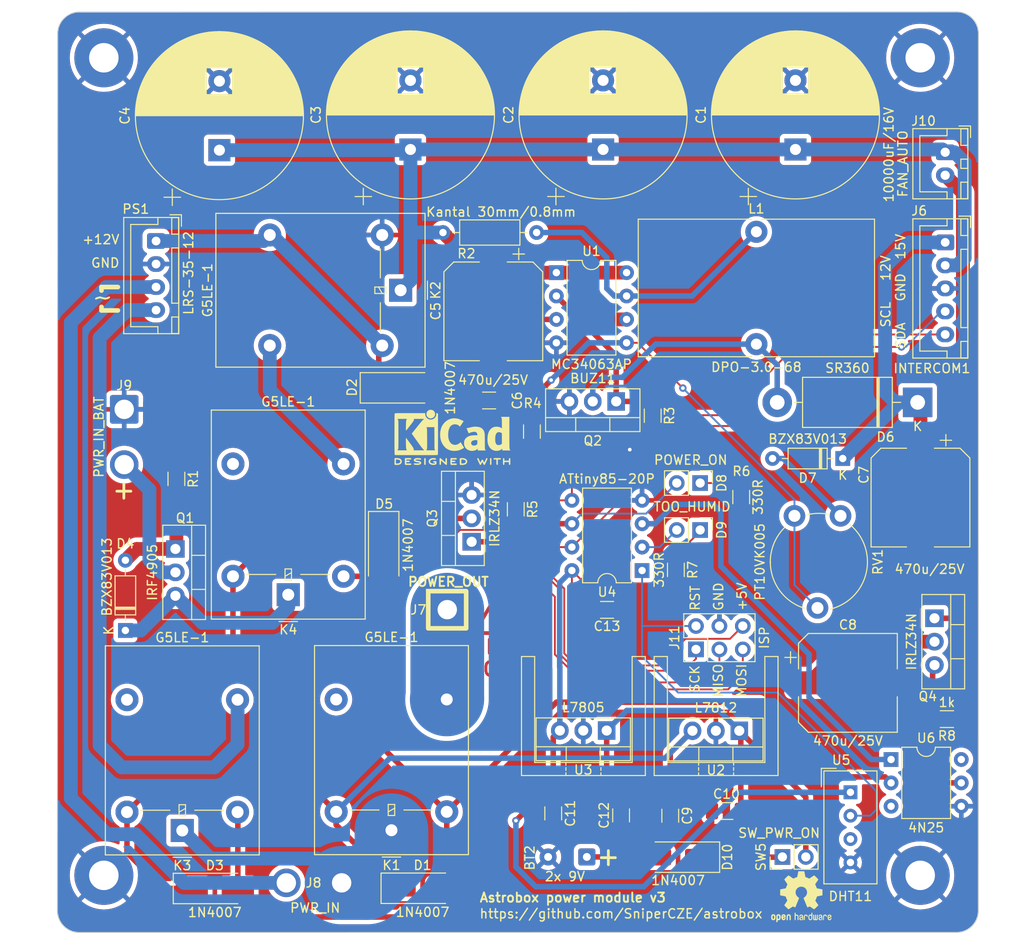
<source format=kicad_pcb>
(kicad_pcb (version 20240108) (generator "pcbnew") (generator_version "8.0")
  (title_block (title "Astrobox") (date "2024-05-04") (rev "3") (comment 1 "Power module"))
  (layers (0 "F.Cu" signal) (31 "B.Cu" signal) (34 "B.Paste" user) (35 "F.Paste" user) (36 "B.SilkS" user "B.Silkscreen") (37 "F.SilkS" user "F.Silkscreen") (38 "B.Mask" user) (39 "F.Mask" user) (44 "Edge.Cuts" user))
  (net 0 "")
  (net 1 "GND")
  (net 2 "Net-(SW5-B)")
  (net 3 "Net-(D2-K)")
  (net 4 "Net-(D6-A)")
  (net 5 "Net-(D7-A)")
  (net 6 "Net-(D8-K)")
  (net 7 "Net-(D8-A)")
  (net 8 "Net-(D9-K)")
  (net 9 "Net-(D9-A)")
  (net 10 "Net-(D10-K)")
  (net 11 "Net-(BT2-+)")
  (net 12 "+12V")
  (net 14 "Net-(U1-TC)")
  (net 15 "/StepUp_15V/15V")
  (net 17 "/Internal_Bat_Subsystem/INTBAT_12V")
  (net 18 "Net-(J11-Pin_6)")
  (net 19 "/Internal_Bat_Subsystem/INTBAT_GND")
  (net 20 "Net-(D4-K)")
  (net 21 "Net-(D4-A)")
  (net 22 "/Internal_Bat_Subsystem/SCL")
  (net 23 "/Internal_Bat_Subsystem/SDA")
  (net 24 "Net-(J7-Pin_1)")
  (net 25 "Net-(J8-Pin_1)")
  (net 26 "Net-(J8-Pin_2)")
  (net 27 "Net-(J9-Pin_2)")
  (net 28 "Net-(K2-Pad4)")
  (net 29 "Net-(K3-Pad3)")
  (net 31 "Net-(U1-Ipk)")
  (net 32 "Net-(Q2-G)")
  (net 33 "Net-(U1-Vfb)")
  (net 34 "Net-(J10-Pin_2)")
  (net 35 "Net-(Q4-G)")
  (net 37 "Net-(Q4-S)")
  (net 38 "Net-(J11-Pin_2)")
  (net 39 "/Internal_Bat_Subsystem/PWM_FAN")
  (footprint "Connector_PinHeader_2.54mm:PinHeader_1x02_P2.54mm_Vertical" (layer "F.Cu") (at 138.12 92.4 -90)
    (property "Reference" "D8")
    (property "Value" "POWER_ON")
  )
  (footprint "Resistor_SMD:R_1206_3216Metric_Pad1.30x1.75mm_HandSolder" (layer "F.Cu") (at 118.11 95.25 -90)
    (property "Reference" "R5")
    (property "Value" "4k7")
  )
  (footprint "Heatsink:Heatsink_Stonecold_HS-S03_13.21x12.7mm" (layer "F.Cu") (at 139.85 124.05 180)
    (property "Reference" "REF**")
    (property "Value" "Heatsink_Stonecold_HS-S03_13.21x12.7mm")
  )
  (footprint "Relay_THT:Relay_SPDT_Omron-G5LE-1" (layer "F.Cu") (at 81.92 130.1275 180)
    (property "Reference" "K3")
    (property "Value" "G5LE-1")
  )
  (footprint "MountingHole:MountingHole_3.2mm_M3_Pad" (layer "F.Cu") (at 162 46.228)
    (property "Reference" "REF**")
    (property "Value" "MountingHole_3.2mm_M3_Pad")
  )
  (footprint "Package_DIP:DIP-8_W7.62mm" (layer "F.Cu") (at 122.5142 69.5552)
    (property "Reference" "U1")
    (property "Value" "MC34063AP")
  )
  (footprint "Resistor_SMD:R_1206_3216Metric_Pad1.30x1.75mm_HandSolder" (layer "F.Cu") (at 142.575 93.925 90)
    (property "Reference" "R6")
    (property "Value" "330R")
  )
  (footprint "Package_TO_SOT_THT:TO-220-3_Vertical" (layer "F.Cu") (at 127.975 119.275 180)
    (property "Reference" "U3")
    (property "Value" "L7805")
  )
  (footprint "Resistor_SMD:R_1206_3216Metric_Pad1.30x1.75mm_HandSolder" (layer "F.Cu") (at 135.4836 101.8286 -90)
    (property "Reference" "R7")
    (property "Value" "330R")
  )
  (footprint "Diode_THT:D_DO-35_SOD27_P7.62mm_Horizontal" (layer "F.Cu") (at 75.7428 108.4072 90)
    (property "Reference" "D4")
    (property "Value" "BZX83V013")
  )
  (footprint "MountingHole:MountingHole_3.2mm_M3_Pad" (layer "F.Cu") (at 73.406 46.228)
    (property "Reference" "REF**")
    (property "Value" "MountingHole_3.2mm_M3_Pad")
  )
  (footprint "Diode_THT:D_DO-35_SOD27_P7.62mm_Horizontal" (layer "F.Cu") (at 153.5938 89.7382 180)
    (property "Reference" "D7")
    (property "Value" "BZX83V013")
  )
  (footprint "Potentiometer_THT:Potentiometer_Piher_PT-10-V10_Vertical" (layer "F.Cu") (at 148.353 95.965 -90)
    (property "Reference" "RV1")
    (property "Value" "PT10VK005")
  )
  (footprint "Connector_Wire:SolderWire-1.5sqmm_1x02_P6mm_D1.7mm_OD3mm" (layer "F.Cu") (at 99.2124 135.8138 180)
    (property "Reference" "J8")
    (property "Value" "PWR_IN")
  )
  (footprint "Package_TO_SOT_THT:TO-220-3_Vertical" (layer "F.Cu") (at 129.0066 83.5406 180)
    (property "Reference" "Q2")
    (property "Value" "BUZ11")
  )
  (footprint "Relay_THT:Relay_SPDT_Omron-G5LE-1" (layer "F.Cu") (at 104.62 130.1 180)
    (property "Reference" "K1")
    (property "Value" "G5LE-1")
  )
  (footprint "Resistor_SMD:R_1206_3216Metric_Pad1.30x1.75mm_HandSolder" (layer "F.Cu") (at 132.969 85.0906 -90)
    (property "Reference" "R3")
    (property "Value" "560R")
  )
  (footprint "Connector_Wire:SolderWire-1.5sqmm_1x01_D1.7mm_OD3mm" (layer "F.Cu") (at 110.675 106.15)
    (property "Reference" "J7")
    (property "Value" "POWER_OUT")
  )
  (footprint "Heatsink:Heatsink_Stonecold_HS-S03_13.21x12.7mm" (layer "F.Cu") (at 125.45 124.05 180)
    (property "Reference" "REF**")
    (property "Value" "Heatsink_Stonecold_HS-S03_13.21x12.7mm")
  )
  (footprint "Relay_THT:Relay_SPDT_Omron-G5LE-1" (layer "F.Cu") (at 105.6146 71.47 -90)
    (property "Reference" "K2")
    (property "Value" "G5LE-1")
  )
  (footprint "Diode_SMD:D_SMA_Handsoldering" (layer "F.Cu") (at 135.725 133.025 180)
    (property "Reference" "D10")
    (property "Value" "1N4007")
  )
  (footprint "Package_DIP:DIP-6_W7.62mm" (layer "F.Cu") (at 158.8362 122.4176)
    (property "Reference" "U6")
    (property "Value" "4N25")
  )
  (footprint "Capacitor_THT:CP_Radial_D18.0mm_P7.50mm" (layer "F.Cu") (at 127.5842 56.18278 90)
    (property "Reference" "C2")
    (property "Value" "10000uF/16V")
  )
  (footprint "Capacitor_SMD:CP_Elec_10x10.5" (layer "F.Cu") (at 154.1526 114.0968)
    (property "Reference" "C8")
    (property "Value" "470u/25V")
  )
  (footprint "Resistor_SMD:R_1206_3216Metric_Pad1.30x1.75mm_HandSolder" (layer "F.Cu") (at 119.8626 86.8178 -90)
    (property "Reference" "R4")
    (property "Value" "2k")
  )
  (footprint "Connector_Wire:SolderWire-0.25sqmm_1x02_P4.2mm_D0.65mm_OD1.7mm" (layer "F.Cu") (at 125.82 133 180)
    (property "Reference" "BT2")
    (property "Value" "2x 9V")
  )
  (footprint "Symbol:Symbol_HighVoltage_Triangle_8x7mm_Copper" (layer "F.Cu") (at 82.5246 79.7814)
    (property "Reference" "REF**" (hide yes))
    (property "Value" "Symbol_HighVoltage_Triangle_8x7mm_Copper" (hide yes))
  )
  (footprint "Capacitor_SMD:CP_Elec_10x10.5" (layer "F.Cu") (at 162.0266 93.98 -90)
    (property "Reference" "C7")
    (property "Value" "470u/25V")
  )
  (footprint "Capacitor_SMD:C_1206_3216Metric_Pad1.33x1.80mm_HandSolder" (layer "F.Cu") (at 134.874 128.524 -90)
    (property "Reference" "C9")
    (property "Value" "100nF")
  )
  (footprint "Symbol:OSHW-Logo2_7.3x6mm_SilkScreen" (layer "F.Cu") (at 149.098 137.3124)
    (property "Reference" "REF**" (hide yes))
    (property "Value" "OSHW-Logo2_7.3x6mm_SilkScreen" (hide yes))
  )
  (footprint "Capacitor_THT:CP_Radial_D18.0mm_P7.50mm" (layer "F.Cu") (at 85.9494 56.2606 90)
    (property "Reference" "C4")
    (property "Value" "10000uF/16V")
  )
  (footprint "Connector_JST:JST_XH_B4B-XH-A_1x04_P2.50mm_Vertical" (layer "F.Cu") (at 79.075 66.125 -90)
    (property "Reference" "PS1")
    (property "Value" "LRS-35-12")
  )
  (footprint "Resistor_SMD:R_1206_3216Metric_Pad1.30x1.75mm_HandSolder" (layer "F.Cu") (at 81.28 91.948 -90)
    (property "Reference" "R1")
    (property "Value" "4k7")
  )
  (footprint "Capacitor_THT:CP_Radial_D18.0mm_P7.50mm" (layer "F.Cu") (at 106.68 56.1848 90)
    (property "Reference" "C3")
    (property "Value" "10000uF/16V")
  )
  (footprint "Capacitor_SMD:C_1206_3216Metric_Pad1.33x1.80mm_HandSolder" (layer "F.Cu") (at 129.54 128.4855 90)
    (property "Reference" "C12")
    (property "Value" "330nF")
  )
  (footprint "Diode_THT:D_DO-201AD_P15.24mm_Horizontal" (layer "F.Cu") (at 161.7218 83.6422 180)
    (property "Reference" "D6")
    (property "Value" "SR360")
  )
  (footprint "Package_TO_SOT_THT:TO-220-3_Vertical" (layer "F.Cu") (at 81.175 99.56 -90)
    (property "Reference" "Q1")
    (property "Value" "IRF4905")
  )
  (footprint "Diode_SMD:D_SMA_Handsoldering" (layer "F.Cu") (at 105.7402 82.0674)
    (property "Reference" "D2")
    (property "Value" "1N4007")
  )
  (footprint "Connector_JST:JST_XH_B2B-XH-A_1x02_P2.50mm_Vertical" (layer "F.Cu") (at 164.7106 56.4842 -90)
    (property "Reference" "J10")
    (property "Value" "FAN_AUTO")
  )
  (footprint "Connector_PinHeader_2.54mm:PinHeader_2x03_P2.54mm_Vertical" (layer "F.Cu") (at 137.668 110.4646 90)
    (property "Reference" "J11")
    (property "Value" "ISP")
  )
  (footprint "Inductor_THT:L_Toroid_Vertical_L25.4mm_W14.7mm_P12.20mm_Vishay_TJ5" (layer "F.Cu") (at 144.2212 65.1216)
    (property "Reference" "L1")
    (property "Value" "DPO-3.0-68")
  )
  (footprint "Capacitor_SMD:C_1206_3216Metric_Pad1.33x1.80mm_HandSolder" (layer "F.Cu") (at 122.174 128.27 -90)
    (property "Reference" "C11")
    (property "Value" "100nF")
  )
  (footprint "Package_TO_SOT_THT:TO-220-3_Vertical" (layer "F.Cu") (at 142.365 119.3 180)
    (property "Reference" "U2")
    (property "Value" "L7812")
  )
  (footprint "Symbol:Symbol_HighVoltage_Triangle_8x7mm_Copper" (layer "F.Cu") (at 117.6274 105.2322)
    (property "Reference" "REF**" (hide yes))
    (property "Value" "Symbol_HighVoltage_Triangle_8x7mm_Copper" (hide yes))
  )
  (footprint "Capacitor_THT:CP_Radial_D18.0mm_P7.50mm" (layer "F.Cu") (at 148.463 56.18278 90)
    (property "Reference" "C1")
    (property "Value" "10000uF/16V")
  )
  (footprint "Connector_Wire:SolderWire-1.5sqmm_1x02_P6mm_D1.7mm_OD3mm" (layer "F.Cu") (at 75.62 84.4 -90)
    (property "Reference" "J9")
    (property "Value" "PWR_IN_BAT")
  )
  (footprint "Capacitor_SMD:CP_Elec_10x10.5" (layer "F.Cu") (at 115.6716 73.7616 -90)
    (property "Reference" "C5")
    (property "Value" "470u/25V")
  )
  (footprint "MountingHole:MountingHole_3.2mm_M3_Pad" (layer "F.Cu") (at 73.406 135)
    (property "Reference" "REF**")
    (property "Value" "MountingHole_3.2mm_M3_Pad")
  )
  (footprint "Relay_THT:Relay_SPDT_Omron-G5LE-1" (layer "F.Cu") (at 93.42 104.5275 180)
    (property "Reference" "K4")
    (property "Value" "G5LE-1")
  )
  (footprint "Capacitor_SMD:C_1206_3216Metric_Pad1.33x1.80mm_HandSolder" (layer "F.Cu") (at 140.97 128.016)
    (property "Reference" "C10")
    (property "Value" "330nF")
  )
  (footprint "Resistor_THT:R_Axial_DIN0207_L6.3mm_D2.5mm_P10.16mm_Horizontal" (layer "F.Cu") (at 110.2106 65.2018)
    (property "Reference" "R2")
    (property "Value" "Kantal 30mm/0.8mm")
  )
  (footprint "Connector_PinHeader_2.54mm:PinHeader_1x02_P2.54mm_Vertical" (layer "F.Cu") (at 138.12 97.5 -90)
    (property "Reference" "D9")
    (property "Value" "TOO_HUMID")
  )
  (footprint "Symbol:KiCad-Logo2_5mm_SilkScreen" (layer "F.Cu") (at 111.2266 87.4268)
    (property "Reference" "REF**" (hide yes))
    (property "Value" "KiCad-Logo2_5mm_SilkScreen" (hide yes))
  )
  (footprint "MountingHole:MountingHole_3.2mm_M3_Pad" (layer "F.Cu") (at 162 135)
    (property "Reference" "REF**")
    (property "Value" "MountingHole_3.2mm_M3_Pad")
  )
  (footprint "Package_TO_SOT_THT:TO-220-3_Vertical" (layer "F.Cu") (at 113.32 98.78 90)
    (property "Reference" "Q3")
    (property "Value" "IRLZ34N")
  )
  (footprint "Diode_SMD:D_SMA_Handsoldering" (layer "F.Cu") (at 85.45 136.425)
    (property "Reference" "D3")
    (property "Value" "1N4007")
  )
  (footprint "Package_TO_SOT_THT:TO-220-3_Vertical" (layer "F.Cu") (at 163.5506 107.0864 -90)
    (property "Reference" "Q4")
    (property "Value" "IRLZ34N")
  )
  (footprint "Connector_PinHeader_2.54mm:PinHeader_1x02_P2.54mm_Vertical" (layer "F.Cu") (at 147.045 133 90)
    (property "Reference" "SW5")
    (property "Value" "SW_PWR_ON")
  )
  (footprint "Capacitor_SMD:C_1206_3216Metric_Pad1.33x1.80mm_HandSolder" (layer "F.Cu") (at 128.016 106.172)
    (property "Reference" "C13")
    (property "Value" "100nF")
  )
  (footprint "Diode_SMD:D_SMA_Handsoldering" (layer "F.Cu") (at 108 136.4)
    (property "Reference" "D1")
    (property "Value" "1N4007")
  )
  (footprint "Resistor_SMD:R_1206_3216Metric_Pad1.30x1.75mm_HandSolder" (layer "F.Cu") (at 164.8968 118.0338 180)
    (property "Reference" "R8")
    (property "Value" "1k")
  )
  (footprint "Sensor:Aosong_DHT11_5.5x12.0_P2.54mm" (layer "F.Cu") (at 154.4279 125.9799)
    (property "Reference" "U5")
    (property "Value" "DHT11")
  )
  (footprint "Package_DIP:DIP-8_W7.62mm" (layer "F.Cu") (at 131.82 101.9 180)
    (property "Reference" "U4")
    (property "Value" "ATtiny85-20P")
  )
  (footprint "Diode_SMD:D_SMA_Handsoldering" (layer "F.Cu") (at 103.775 100 -90)
    (property "Reference" "D5")
    (property "Value" "1N4007")
  )
  (footprint "Capacitor_SMD:C_1206_3216Metric_Pad1.33x1.80mm_HandSolder" (layer "F.Cu") (at 115.2144 83.439 180)
    (property "Reference" "C6")
    (property "Value" "220p")
  )
  (footprint "Connector_JST:JST_XH_B5B-XH-A_1x05_P2.50mm_Vertical" (layer "F.Cu") (at 164.7106 66.2724 -90)
    (property "Reference" "J6")
    (property "Value" "INTERCOM1")
  )
  (gr_line (start 73.152 71.12) (end 73.152 71.501) (stroke (width 0.5)) (layer "F.SilkS"))
  (gr_line (start 73.152 73.279) (end 73.152 73.66) (stroke (width 0.5)) (layer "F.SilkS"))
  (gr_rect (start 108.6104 104.14) (end 112.7252 108.1786) (stroke (width 0.5)) (fill none) (layer "F.SilkS"))
  (gr_line (start 73.152 73.66) (end 74.93 73.66) (stroke (width 0.5)) (layer "F.SilkS"))
  (gr_line (start 74.93 71.12) (end 73.152 71.12) (stroke (width 0.5)) (layer "F.SilkS"))
  (gr_arc (start 166.050646 41.235498) (mid 167.701413 42.003249) (end 168.3258 43.7134) (stroke (width 0.1)) (layer "Edge.Cuts"))
  (gr_arc (start 70.637167 141.204351) (mid 68.9864 140.4366) (end 68.362013 138.726449) (stroke (width 0.1)) (layer "Edge.Cuts"))
  (gr_line (start 165.8366 141.1986) (end 70.637167 141.204351) (stroke (width 0.1)) (layer "Edge.Cuts"))
  (gr_line (start 68.362013 138.726449) (end 68.388098 43.524754) (stroke (width 0.1)) (layer "Edge.Cuts"))
  (gr_arc (start 68.388098 43.524754) (mid 69.155849 41.873987) (end 70.866 41.2496) (stroke (width 0.1)) (layer "Edge.Cuts"))
  (gr_line (start 168.3258 43.7134) (end 168.314502 138.923446) (stroke (width 0.1)) (layer "Edge.Cuts"))
  (gr_arc (start 168.314502 138.923446) (mid 167.546751 140.574213) (end 165.8366 141.1986) (stroke (width 0.1)) (layer "Edge.Cuts"))
  (gr_line (start 70.866 41.2496) (end 166.050646 41.235498) (stroke (width 0.1)) (layer "Edge.Cuts"))
  (gr_text "HIGH\nVOLT" (at 113.1062 113.4872 0) (layer "F.Cu") (effects (font (size 1.5 1.5) (thickness 0.3) (bold yes)) (justify left bottom)))
  (gr_text "SCK" (at 138.1252 115.2398 90) (layer "F.SilkS") (effects (font (size 1 1)) (justify left bottom)))
  (gr_text "+" (at 74.1426 94.3102 0) (layer "F.SilkS") (effects (font (size 2 2) (thickness 0.3)) (justify left bottom)))
  (gr_text "+12V" (at 75.184 66.548 0) (layer "F.SilkS") (effects (font (size 1 1)) (justify right bottom)))
  (gr_text "Astrobox power module v3" (at 114.0968 137.9982 0) (layer "F.SilkS") (effects (font (size 1 1) (thickness 0.2) (bold yes)) (justify left bottom)))
  (gr_text "~" (at 72.136 73.152 0) (layer "F.SilkS") (effects (font (size 1.5 3) (thickness 0.2)) (justify left bottom)))
  (gr_text "+" (at 126.72 134.1 0) (layer "F.SilkS") (effects (font (size 2 2) (thickness 0.3)) (justify left bottom)))
  (gr_text "+5V" (at 143.241 106.3498 90) (layer "F.SilkS") (effects (font (size 1 1)) (justify left bottom)))
  (gr_text "MISO" (at 140.6652 115.7478 90) (layer "F.SilkS") (effects (font (size 1 1)) (justify left bottom)))
  (gr_text "   SCL   12V\nSDA   GND  15V\n" (at 160.4518 77.8764 90) (layer "F.SilkS") (effects (font (size 1 1)) (justify left bottom)))
  (gr_text "GND" (at 140.701 106.3498 90) (layer "F.SilkS") (effects (font (size 1 1)) (justify left bottom)))
  (gr_text "https://github.com/SniperCZE/astrobox" (at 114.0968 139.7508 0) (layer "F.SilkS") (effects (font (size 1 1)) (justify left bottom)))
  (gr_text "RST" (at 138.161 106.3498 90) (layer "F.SilkS") (effects (font (size 1 1)) (justify left bottom)))
  (gr_text "GND" (at 75.184 69.088 0) (layer "F.SilkS") (effects (font (size 1 1)) (justify right bottom)))
  (gr_text "MOSI" (at 143.2052 115.7478 90) (layer "F.SilkS") (effects (font (size 1 1)) (justify left bottom)))
  (segment (start 139.4075 128.016) (end 139.4075 127.2925) (width 0.6) (layer "F.Cu") (net 1))
  (via (at 130.4798 88.773) (size 0.8) (drill 0.4) (layers "F.Cu" "B.Cu") (net 1))
  (segment (start 142.365 119.3) (end 149.585 126.52) (width 0.6) (layer "F.Cu") (net 2))
  (segment (start 127.975 125.375) (end 129.35 126.75) (width 0.6) (layer "F.Cu") (net 2))
  (segment (start 127.975 119.275) (end 127.975 125.375) (width 0.6) (layer "F.Cu") (net 2))
  (segment (start 149.585 133) (end 149.585 126.52) (width 0.6) (layer "F.Cu") (net 2))
  (segment (start 142.5325 128.016) (end 142.5325 119.4675) (width 0.6) (layer "F.Cu") (net 2))
  (segment (start 140.159 117.094) (end 142.365 119.3) (width 0.6) (layer "B.Cu") (net 2))
  (segment (start 130.156 117.094) (end 140.159 117.094) (width 0.6) (layer "B.Cu") (net 2))
  (segment (start 127.975 119.275) (end 130.156 117.094) (width 0.6) (layer "B.Cu") (net 2))
  (segment (start 103.2402 77.8444) (end 103.6146 77.47) (width 0.6) (layer "F.Cu") (net 3))
  (segment (start 103.2402 82.0674) (end 103.2402 77.8444) (width 0.6) (layer "F.Cu") (net 3))
  (segment (start 91.6146 65.47) (end 91.4146 65.47) (width 1.5) (layer "B.Cu") (net 3))
  (segment (start 90.7596 66.125) (end 91.4146 65.47) (width 1.5) (layer "B.Cu") (net 3))
  (segment (start 79.075 66.125) (end 90.7596 66.125) (width 1.5) (layer "B.Cu") (net 3))
  (segment (start 103.6146 77.47) (end 91.6146 65.47) (width 1.5) (layer "B.Cu") (net 3))
  (segment (start 133.3206 77.2962) (end 133.346 77.3216) (width 0.6) (layer "B.Cu") (net 4))
  (segment (start 127.5778 80.9244) (end 126.4666 82.0356) (width 0.6) (layer "B.Cu") (net 4))
  (segment (start 146.4818 83.6422) (end 146.4818 79.5822) (width 0.6) (layer "B.Cu") (net 4))
  (segment (start 129.6924 80.9244) (end 127.5778 80.9244) (width 0.6) (layer "B.Cu") (net 4))
  (segment (start 126.4666 82.0356) (end 126.4666 83.5406) (width 0.6) (layer "B.Cu") (net 4))
  (segment (start 133.346 77.3216) (end 144.2212 77.3216) (width 0.6) (layer "B.Cu") (net 4))
  (segment (start 133.3206 77.2962) (end 129.6924 80.9244) (width 0.6) (layer "B.Cu") (net 4))
  (segment (start 146.4818 79.5822) (end 144.2212 77.3216) (width 0.6) (layer "B.Cu") (net 4))
  (segment (start 153.353 95.965) (end 147.1262 89.7382) (width 0.6) (layer "B.Cu") (net 5))
  (segment (start 147.1262 89.7382) (end 145.9738 89.7382) (width 0.6) (layer "B.Cu") (net 5))
  (segment (start 138.12 92.4) (end 142.55 92.4) (width 0.2) (layer "F.Cu") (net 6))
  (segment (start 140.208 112.3442) (end 140.208 110.4646) (width 0.2) (layer "F.Cu") (net 7))
  (segment (start 113.32 98.78) (end 116.13 98.78) (width 0.6) (layer "F.Cu") (net 7))
  (segment (start 120.9548 96.82) (end 124.2 96.82) (width 0.6) (layer "F.Cu") (net 7))
  (segment (start 118.11 96.8) (end 118.846 96.8) (width 0.6) (layer "F.Cu") (net 7))
  (segment (start 120.9548 102.013286) (end 122.8852 103.943686) (width 0.2) (layer "F.Cu") (net 7))
  (segment (start 125.951714 114.046) (end 138.5062 114.046) (width 0.2) (layer "F.Cu") (net 7))
  (segment (start 122.8852 110.979486) (end 125.951714 114.046) (width 0.2) (layer "F.Cu") (net 7))
  (segment (start 118.866 96.82) (end 120.9548 96.82) (width 0.6) (layer "F.Cu") (net 7))
  (segment (start 138.5062 114.046) (end 140.208 112.3442) (width 0.2) (layer "F.Cu") (net 7))
  (segment (start 116.13 98.78) (end 118.11 96.8) (width 0.6) (layer "F.Cu") (net 7))
  (segment (start 122.8852 103.943686) (end 122.8852 110.979486) (width 0.2) (layer "F.Cu") (net 7))
  (segment (start 118.846 96.8) (end 118.866 96.82) (width 0.6) (layer "F.Cu") (net 7))
  (segment (start 120.9548 96.82) (end 120.9548 102.013286) (width 0.2) (layer "F.Cu") (net 7))
  (segment (start 132.26 95.72) (end 135.58 92.4) (width 0.2) (layer "B.Cu") (net 7))
  (segment (start 125.3 95.72) (end 132.26 95.72) (width 0.2) (layer "B.Cu") (net 7))
  (segment (start 124.2 96.82) (end 125.3 95.72) (width 0.2) (layer "B.Cu") (net 7))
  (segment (start 138.12 97.5) (end 138.12 97.6422) (width 0.2) (layer "F.Cu") (net 8))
  (segment (start 138.12 97.6422) (end 135.4836 100.2786) (width 0.2) (layer "F.Cu") (net 8))
  (segment (start 133.72 99.36) (end 135.58 97.5) (width 0.2) (layer "B.Cu") (net 9))
  (segment (start 131.82 99.36) (end 133.72 99.36) (width 0.2) (layer "B.Cu") (net 9))
  (segment (start 138.225 133.025) (end 147.02 133.025) (width 0.6) (layer "F.Cu") (net 10))
  (segment (start 125.82 133) (end 133.2 133) (width 0.6) (layer "F.Cu") (net 11))
  (segment (start 122.5078 69.5616) (end 122.5142 69.5552) (width 1.5) (layer "F.Cu") (net 12))
  (segment (start 122.5142 69.5552) (end 124.968 69.5552) (width 1.5) (layer "F.Cu") (net 12))
  (segment (start 114.5704 69.5616) (end 110.2106 65.2018) (width 1.5) (layer "F.Cu") (net 12))
  (segment (start 130.1342 74.6352) (end 127.3402 74.6352) (width 1.5) (layer "F.Cu") (net 12))
  (segment (start 124.968 72.263) (end 124.968 69.5552) (width 1.5) (layer "F.Cu") (net 12))
  (segment (start 127.3402 74.6352) (end 124.968 72.263) (width 1.5) (layer "F.Cu") (net 12))
  (segment (start 115.6716 69.5616) (end 114.5704 69.5616) (width 1.5) (layer "F.Cu") (net 12))
  (segment (start 115.6716 69.5616) (end 122.5078 69.5616) (width 1.5) (layer "F.Cu") (net 12))
  (segment (start 124.968 69.5552) (end 130.1342 69.5552) (width 1.5) (layer "F.Cu") (net 12))
  (segment (start 164.40918 56.18278) (end 164.7106 56.4842) (width 1.5) (layer "B.Cu") (net 12))
  (segment (start 106.68 70.4046) (end 105.6146 71.47) (width 1.5) (layer "B.Cu") (net 12))
  (segment (start 127.5842 56.18278) (end 148.463 56.18278) (width 1.5) (layer "B.Cu") (net 12))
  (segment (start 164.7106 68.7724) (end 165.9998 68.7724) (width 1.5) (layer "B.Cu") (net 12))
  (segment (start 166.8272 57.6008) (end 165.7106 56.4842) (width 1.5) (layer "B.Cu") (net 12))
  (segment (start 106.68 65.2018) (end 106.68 70.4046) (width 1.5) (layer "B.Cu") (net 12))
  (segment (start 107.24082 56.18278) (end 127.5842 56.18278) (width 1.5) (layer "B.Cu") (net 12))
  (segment (start 106.68 56.1848) (end 106.68 65.2018) (width 1.5) (layer "B.Cu") (net 12))
  (segment (start 110.2106 65.2018) (end 106.68 65.2018) (width 1.5) (layer "B.Cu") (net 12))
  (segment (start 106.6042 56.2606) (end 106.68 56.1848) (width 1.5) (layer "B.Cu") (net 12))
  (segment (start 165.7106 56.4842) (end 164.7106 56.4842) (width 1.5) (layer "B.Cu") (net 12))
  (segment (start 166.8272 67.945) (end 166.8272 57.6008) (width 1.5) (layer "B.Cu") (net 12))
  (segment (start 106.68 56.1848) (end 107.2388 56.1848) (width 1.5) (layer "B.Cu") (net 12))
  (segment (start 107.2388 56.1848) (end 107.24082 56.18278) (width 1.5) (layer "B.Cu") (net 12))
  (segment (start 148.463 56.18278) (end 164.40918 56.18278) (width 1.5) (layer "B.Cu") (net 12))
  (segment (start 165.9998 68.7724) (end 166.8272 67.945) (width 1.5) (layer "B.Cu") (net 12))
  (segment (start 85.9494 56.2606) (end 106.6042 56.2606) (width 1.5) (layer "B.Cu") (net 12))
  (segment (start 120.7162 74.6352) (end 119.126 76.2254) (width 0.6) (layer "F.Cu") (net 14))
  (segment (start 122.5142 74.6352) (end 120.7162 74.6352) (width 0.6) (layer "F.Cu") (net 14))
  (segment (start 119.126 81.788) (end 117.475 83.439) (width 0.6) (layer "F.Cu") (net 14))
  (segment (start 117.475 83.439) (end 116.7769 83.439) (width 0.6) (layer "F.Cu") (net 14))
  (segment (start 119.126 76.2254) (end 119.126 81.788) (width 0.6) (layer "F.Cu") (net 14))
  (segment (start 156.6164 107.433) (end 149.9526 114.0968) (width 1.5) (layer "F.Cu") (net 15))
  (segment (start 162.0266 89.78) (end 157.997 89.78) (width 1.5) (layer "F.Cu") (net 15))
  (segment (start 157.997 89.78) (end 156.6164 91.1606) (width 1.5) (layer "F.Cu") (net 15))
  (segment (start 162.0266 89.78) (end 162.0266 83.947) (width 1.5) (layer "F.Cu") (net 15))
  (segment (start 156.6164 91.1606) (end 156.6164 107.433) (width 1.5) (layer "F.Cu") (net 15))
  (segment (start 162.0266 83.947) (end 161.7218 83.6422) (width 1.5) (layer "F.Cu") (net 15))
  (segment (start 158.1912 82.55) (end 159.4866 83.8454) (width 1.5) (layer "B.Cu") (net 15))
  (segment (start 159.6898 83.6422) (end 159.4866 83.8454) (width 1.5) (layer "B.Cu") (net 15))
  (segment (start 153.5938 89.7382) (end 159.4866 83.8454) (width 1.5) (layer "B.Cu") (net 15))
  (segment (start 158.1912 68.8848) (end 158.1912 82.55) (width 1.5) (layer "B.Cu") (net 15))
  (segment (start 164.7106 66.2724) (end 160.8036 66.2724) (width 1.5) (layer "B.Cu") (net 15))
  (segment (start 160.8036 66.2724) (end 158.1912 68.8848) (width 1.5) (layer "B.Cu") (net 15))
  (segment (start 161.7218 83.6422) (end 159.6898 83.6422) (width 1.5) (layer "B.Cu") (net 15))
  (segment (start 134.874 121.711) (end 137.285 119.3) (width 0.6) (layer "F.Cu") (net 17))
  (segment (start 93.75 125.825) (end 96.345 125.825) (width 0.6) (layer "F.Cu") (net 17))
  (segment (start 78.2225 125.825) (end 93.75 125.825) (width 0.6) (layer "F.Cu") (net 17))
  (segment (start 96.345 125.825) (end 98.62 128.1) (width 0.6) (layer "F.Cu") (net 17))
  (segment (start 134.874 126.9615) (end 134.874 121.711) (width 0.6) (layer "F.Cu") (net 17))
  (segment (start 79.8 136.425) (end 82.95 136.425) (width 0.6) (layer "F.Cu") (net 17))
  (segment (start 98.62 129.52) (end 98.62 128.1) (width 0.6) (layer "F.Cu") (net 17))
  (segment (start 93.75 116.2) (end 93.75 125.825) (width 0.6) (layer "F.Cu") (net 17))
  (segment (start 105.5 136.4) (end 98.62 129.52) (width 0.6) (layer "F.Cu") (net 17))
  (segment (start 87.42 109.87) (end 93.75 116.2) (width 0.6) (layer "F.Cu") (net 17))
  (segment (start 103.775 97.5) (end 92.4475 97.5) (width 0.6) (layer "F.Cu") (net 17))
  (segment (start 87.42 102.5275) (end 87.42 109.87) (width 0.6) (layer "F.Cu") (net 17))
  (segment (start 75.92 128.1275) (end 75.92 132.545) (width 0.6) (layer "F.Cu") (net 17))
  (segment (start 75.92 128.1275) (end 78.2225 125.825) (width 0.6) (layer "F.Cu") (net 17))
  (segment (start 92.4475 97.5) (end 87.42 102.5275) (width 0.6) (layer "F.Cu") (net 17))
  (segment (start 75.92 132.545) (end 79.8 136.425) (width 0.6) (layer "F.Cu") (net 17))
  (segment (start 98.62 128.1) (end 104.445 122.275) (width 0.6) (layer "B.Cu") (net 17))
  (segment (start 134.31 122.275) (end 137.285 119.3) (width 0.6) (layer "B.Cu") (net 17))
  (segment (start 104.445 122.275) (end 134.31 122.275) (width 0.6) (layer "B.Cu") (net 17))
  (segment (start 122.895 119.275) (end 122.174 119.996) (width 0.6) (layer "F.Cu") (net 18))
  (segment (start 133.6266 112.206) (end 125.668 112.206) (width 0.2) (layer "F.Cu") (net 18))
  (segment (start 124.2 110.738) (end 124.2 101.9) (width 0.2) (layer "F.Cu") (net 18))
  (segment (start 136.518 109.3146) (end 133.6266 112.206) (width 0.2) (layer "F.Cu") (net 18))
  (segment (start 120.4745 126.7075) (end 118.125 129.057) (width 0.6) (layer "F.Cu") (net 18))
  (segment (start 126.4535 104.1535) (end 124.2 101.9) (width 0.2) (layer "F.Cu") (net 18))
  (segment (start 141.358 109.3146) (end 136.518 109.3146) (width 0.2) (layer "F.Cu") (net 18))
  (segment (start 125.668 112.206) (end 124.2 110.738) (width 0.2) (layer "F.Cu") (net 18))
  (segment (start 142.748 107.9246) (end 141.358 109.3146) (width 0.2) (layer "F.Cu") (net 18))
  (segment (start 126.4535 106.172) (end 126.4535 104.1535) (width 0.2) (layer "F.Cu") (net 18))
  (segment (start 122.174 119.996) (end 122.174 126.7075) (width 0.6) (layer "F.Cu") (net 18))
  (segment (start 122.174 126.7075) (end 120.4745 126.7075) (width 0.6) (layer "F.Cu") (net 18))
  (via (at 118.125 129.057) (size 0.8) (drill 0.4) (layers "F.Cu" "B.Cu") (net 18))
  (segment (start 120.275 136.225) (end 132 136.225) (width 0.6) (layer "B.Cu") (net 18))
  (segment (start 122.875 103.225) (end 124.2 101.9) (width 0.6) (layer "B.Cu") (net 18))
  (segment (start 122.895 119.275) (end 122.895 112.37) (width 0.6) (layer "B.Cu") (net 18))
  (segment (start 142.2451 125.9799) (end 154.4279 125.9799) (width 0.6) (layer "B.Cu") (net 18))
  (segment (start 132 136.225) (end 142.2451 125.9799) (width 0.6) (layer "B.Cu") (net 18))
  (segment (start 118.125 134.075) (end 120.275 136.225) (width 0.6) (layer "B.Cu") (net 18))
  (segment (start 122.895 112.37) (end 122.875 112.35) (width 0.6) (layer "B.Cu") (net 18))
  (segment (start 118.125 129.057) (end 118.125 134.075) (width 0.6) (layer "B.Cu") (net 18))
  (segment (start 122.875 112.35) (end 122.875 103.225) (width 0.6) (layer "B.Cu") (net 18))
  (segment (start 103.775 102.5) (end 103.775 121.255) (width 0.6) (layer "F.Cu") (net 19))
  (segment (start 110.62 128.1) (end 122.52 116.2) (width 0.6) (layer "F.Cu") (net 19))
  (segment (start 87.95 136.425) (end 87.95 128.1575) (width 0.6) (layer "F.Cu") (net 19))
  (segment (start 144.55 116.2) (end 152.6576 124.3076) (width 0.6) (layer "F.Cu") (net 19))
  (segment (start 152.6576 124.3076) (end 158.1862 124.3076) (width 0.6) (layer "F.Cu") (net 19))
  (segment (start 107.3778 139.5222) (end 91.0472 139.5222) (width 0.6) (layer "F.Cu") (net 19))
  (segment (start 110.035 96.24) (end 113.32 96.24) (width 0.6) (layer "F.Cu") (net 19))
  (segment (start 103.775 102.5) (end 110.035 96.24) (width 0.6) (layer "F.Cu") (net 19))
  (segment (start 110.5 136.4) (end 107.3778 139.5222) (width 0.6) (layer "F.Cu") (net 19))
  (segment (start 103.775 121.255) (end 110.62 128.1) (width 0.6) (layer "F.Cu") (net 19))
  (segment (start 110.62 128.1) (end 110.62 136.28) (width 0.6) (layer "F.Cu") (net 19))
  (segment (start 99.42 102.5275) (end 103.7475 102.5275) (width 0.6) (layer "F.Cu") (net 19))
  (segment (start 122.52 116.2) (end 144.55 116.2) (width 0.6) (layer "F.Cu") (net 19))
  (segment (start 158.1862 124.3076) (end 158.8362 124.9576) (width 0.6) (layer "F.Cu") (net 19))
  (segment (start 91.0472 139.5222) (end 87.95 136.425) (width 0.6) (layer "F.Cu") (net 19))
  (segment (start 84.11 107.575) (end 81.175 104.64) (width 1.5) (layer "B.Cu") (net 20))
  (segment (start 77.4078 108.4072) (end 81.175 104.64) (width 1.5) (layer "B.Cu") (net 20))
  (segment (start 93.42 104.5275) (end 93.42 105.83) (width 1.5) (layer "B.Cu") (net 20))
  (segment (start 75.7428 108.4072) (end 77.4078 108.4072) (width 1.5) (layer "B.Cu") (net 20))
  (segment (start 91.675 107.575) (end 84.11 107.575) (width 1.5) (layer "B.Cu") (net 20))
  (segment (start 93.42 105.83) (end 91.675 107.575) (width 1.5) (layer "B.Cu") (net 20))
  (segment (start 81.28 99.455) (end 81.175 99.56) (width 1.5) (layer "F.Cu") (net 21))
  (segment (start 81.28 93.498) (end 81.28 99.455) (width 1.5) (layer "F.Cu") (net 21))
  (segment (start 75.7428 100.7872) (end 76.97 99.56) (width 1.5) (layer "F.Cu") (net 21))
  (segment (start 76.97 99.56) (end 81.175 99.56) (width 1.5) (layer "F.Cu") (net 21))
  (segment (start 137.668 111.4806) (end 137.668 110.4646) (width 0.2) (layer "F.Cu") (net 22))
  (segment (start 136.3726 112.776) (end 137.668 111.4806) (width 0.2) (layer "F.Cu") (net 22))
  (segment (start 121.8946 99.8474) (end 121.8946 102.3874) (width 0.2) (layer "F.Cu") (net 22))
  (segment (start 121.8946 102.3874) (end 123.3678 103.8606) (width 0.2) (layer "F.Cu") (net 22))
  (segment (start 125.3 98.26) (end 125.49 98.26) (width 0.2) (layer "F.Cu") (net 22))
  (segment (start 122.382 99.36) (end 121.8946 99.8474) (width 0.2) (layer "F.Cu") (net 22))
  (segment (start 123.3678 103.8606) (end 123.3678 110.8964) (width 0.2) (layer "F.Cu") (net 22))
  (segment (start 147.6756 86.2076) (end 155.702 78.1812) (width 0.2) (layer "F.Cu") (net 22))
  (segment (start 124.2 99.36) (end 122.382 99.36) (width 0.2) (layer "F.Cu") (net 22))
  (segment (start 156.2608 77.6224) (end 159.9692 77.6224) (width 0.2) (layer "F.Cu") (net 22))
  (segment (start 124.2 99.36) (end 125.3 98.26) (width 0.2) (layer "F.Cu") (net 22))
  (segment (start 125.49 98.26) (end 137.5424 86.2076) (width 0.2) (layer "F.Cu") (net 22))
  (segment (start 137.5424 86.2076) (end 147.6756 86.2076) (width 0.2) (layer "F.Cu") (net 22))
  (segment (start 155.702 78.1812) (end 156.2608 77.6224) (width 0.2) (layer "F.Cu") (net 22))
  (segment (start 125.2474 112.776) (end 136.3726 112.776) (width 0.2) (layer "F.Cu") (net 22))
  (segment (start 123.3678 110.8964) (end 125.2474 112.776) (width 0.2) (layer "F.Cu") (net 22))
  (via (at 159.9692 77.6224) (size 0.8) (drill 0.4) (layers "F.Cu" "B.Cu") (net 22))
  (segment (start 164.2764 73.7724) (end 164.7106 73.7724) (width 0.2) (layer "B.Cu") (net 22))
  (segment (start 159.9692 77.6224) (end 160.4264 77.6224) (width 0.2) (layer "B.Cu") (net 22))
  (segment (start 160.4264 77.6224) (end 164.2764 73.7724) (width 0.2) (layer "B.Cu") (net 22))
  (segment (start 126.148029 114.808) (end 141.1478 114.808) (width 0.2) (layer "F.Cu") (net 23))
  (segment (start 119.38 95.25) (end 117.094 95.25) (width 0.2) (layer "F.Cu") (net 23))
  (segment (start 120.35 94.28) (end 119.38 95.25) (width 0.2) (layer "F.Cu") (net 23))
  (segment (start 111.9886 100.8126) (end 118.4148 100.8126) (width 0.2) (layer "F.Cu") (net 23))
  (segment (start 149.7368 76.2726) (end 140.97 85.0394) (width 0.2) (layer "F.Cu") (net 23))
  (segment (start 124.2 91.675) (end 124.2 94.28) (width 0.2) (layer "F.Cu") (net 23))
  (segment (start 140.97 85.0394) (end 130.8356 85.0394) (width 0.2) (layer "F.Cu") (net 23))
  (segment (start 117.094 95.25) (end 114.8515 97.4925) (width 0.2) (layer "F.Cu") (net 23))
  (segment (start 141.1478 114.808) (end 142.748 113.2078) (width 0.2) (layer "F.Cu") (net 23))
  (segment (start 122.3518 111.011771) (end 126.148029 114.808) (width 0.2) (layer "F.Cu") (net 23))
  (segment (start 124.2 94.28) (end 120.35 94.28) (width 0.2) (layer "F.Cu") (net 23))
  (segment (start 130.8356 85.0394) (end 124.2 91.675) (width 0.2) (layer "F.Cu") (net 23))
  (segment (start 114.8515 97.4925) (end 112.055 97.4925) (width 0.2) (layer "F.Cu") (net 23))
  (segment (start 118.4148 100.8126) (end 122.3518 104.7496) (width 0.2) (layer "F.Cu") (net 23))
  (segment (start 112.055 97.4925) (end 110.998 98.5495) (width 0.2) (layer "F.Cu") (net 23))
  (segment (start 110.998 98.5495) (end 110.998 99.822) (width 0.2) (layer "F.Cu") (net 23))
  (segment (start 110.998 99.822) (end 111.9886 100.8126) (width 0.2) (layer "F.Cu") (net 23))
  (segment (start 122.3518 104.7496) (end 122.3518 111.011771) (width 0.2) (layer "F.Cu") (net 23))
  (segment (start 149.7368 76.2724) (end 149.7368 76.2726) (width 0.2) (layer "F.Cu") (net 23))
  (segment (start 164.7106 76.2724) (end 149.7368 76.2724) (width 0.2) (layer "F.Cu") (net 23))
  (segment (start 142.748 113.2078) (end 142.748 110.4646) (width 0.2) (layer "F.Cu") (net 23))
  (segment (start 110.675 106.15) (end 110.675 115.845) (width 8) (layer "B.Cu") (net 24))
  (segment (start 110.675 115.845) (end 110.62 115.9) (width 8) (layer "B.Cu") (net 24))
  (segment (start 96.5736 133.175) (end 99.2124 135.8138) (width 1.5) (layer "B.Cu") (net 25))
  (segment (start 81.92 130.1275) (end 84.9675 133.175) (width 1.5) (layer "B.Cu") (net 25))
  (segment (start 104.62 133.1494) (end 101.9556 135.8138) (width 8) (layer "B.Cu") (net 25))
  (segment (start 84.9675 133.175) (end 96.5736 133.175) (width 1.5) (layer "B.Cu") (net 25))
  (segment (start 101.9556 135.8138) (end 99.2124 135.8138) (width 8) (layer "B.Cu") (net 25))
  (segment (start 104.62 130.1) (end 104.62 133.1494) (width 8) (layer "B.Cu") (net 25))
  (segment (start 73.675 71.125) (end 79.075 71.125) (width 1.5) (layer "B.Cu") (net 26))
  (segment (start 93.2124 135.8138) (end 82.1182 135.8138) (width 1.5) (layer "B.Cu") (net 26))
  (segment (start 69.825 126.619) (end 69.825 74.975) (width 1.5) (layer "B.Cu") (net 26))
  (segment (start 82.1182 135.8138) (end 76.835 130.5306) (width 1.5) (layer "B.Cu") (net 26))
  (segment (start 73.7366 130.5306) (end 69.825 126.619) (width 1.5) (layer "B.Cu") (net 26))
  (segment (start 76.835 130.5306) (end 73.7366 130.5306) (width 1.5) (layer "B.Cu") (net 26))
  (segment (start 69.825 74.975) (end 73.675 71.125) (width 1.5) (layer "B.Cu") (net 26))
  (segment (start 78.35 100.75) (end 78.35 93.13) (width 1.5) (layer "B.Cu") (net 27))
  (segment (start 79.7 102.1) (end 78.35 100.75) (width 1.5) (layer "B.Cu") (net 27))
  (segment (start 81.175 102.1) (end 79.7 102.1) (width 1.5) (layer "B.Cu") (net 27))
  (segment (start 78.35 93.13) (end 75.62 90.4) (width 1.5) (layer "B.Cu") (net 27))
  (segment (start 91.4146 77.47) (end 91.4146 82.3221) (width 1.5) (layer "B.Cu") (net 28))
  (segment (start 91.4146 82.3221) (end 99.42 90.3275) (width 1.5) (layer "B.Cu") (net 28))
  (segment (start 72.95 120.875) (end 72.95 76.625) (width 1.5) (layer "B.Cu") (net 29))
  (segment (start 75.95 73.625) (end 79.075 73.625) (width 1.5) (layer "B.Cu") (net 29))
  (segment (start 75.35 123.275) (end 72.95 120.875) (width 1.5) (layer "B.Cu") (net 29))
  (segment (start 72.95 76.625) (end 75.95 73.625) (width 1.5) (layer "B.Cu") (net 29))
  (segment (start 87.92 120.755) (end 85.4 123.275) (width 1.5) (layer "B.Cu") (net 29))
  (segment (start 85.4 123.275) (end 75.35 123.275) (width 1.5) (layer "B.Cu") (net 29))
  (segment (start 87.92 115.9275) (end 87.92 120.755) (width 1.5) (layer "B.Cu") (net 29))
  (segment (start 128.8134 72.0952) (end 130.1342 72.0952) (width 0.6) (layer "B.Cu") (net 31))
  (segment (start 127.9906 71.2724) (end 128.8134 72.0952) (width 0.6) (layer "B.Cu") (net 31))
  (segment (start 120.3706 65.2018) (end 125.2728 65.2018) (width 0.6) (layer "B.Cu") (net 31))
  (segment (start 137.2476 72.0952) (end 144.2212 65.1216) (width 0.6) (layer "B.Cu") (net 31))
  (segment (start 130.1342 72.0952) (end 137.2476 72.0952) (width 0.6) (layer "B.Cu") (net 31))
  (segment (start 127.9906 67.9196) (end 127.9906 71.2724) (width 0.6) (layer "B.Cu") (net 31))
  (segment (start 125.2728 65.2018) (end 127.9906 67.9196) (width 0.6) (layer "B.Cu") (net 31))
  (segment (start 129.0066 78.5876) (end 129.0066 83.5406) (width 0.6) (layer "F.Cu") (net 32))
  (segment (start 132.969 83.5406) (end 129.0066 83.5406) (width 0.6) (layer "F.Cu") (net 32))
  (segment (start 122.5142 72.0952) (end 129.0066 78.5876) (width 0.6) (layer "F.Cu") (net 32))
  (segment (start 131.328 77.1752) (end 130.1342 77.1752) (width 0.2) (layer "F.Cu") (net 33))
  (segment (start 119.8626 83.312) (end 119.8626 85.2678) (width 0.6) (layer "F.Cu") (net 33))
  (segment (start 121.9454 81.2292) (end 119.8626 83.312) (width 0.6) (layer "F.Cu") (net 33))
  (segment (start 136.2456 82.0928) (end 131.328 77.1752) (width 0.2) (layer "F.Cu") (net 33))
  (via (at 121.9454 81.2292) (size 0.8) (drill 0.4) (layers "F.Cu" "B.Cu") (net 33))
  (via (at 136.2456 82.0928) (size 0.8) (drill 0.4) (layers "F.Cu" "B.Cu") (net 33))
  (segment (start 148.353 95.965) (end 148.353 103.465) (width 0.2) (layer "B.Cu") (net 33))
  (segment (start 148.353 103.465) (end 150.853 105.965) (width 0.2) (layer "B.Cu") (net 33))
  (segment (start 125.9994 77.1752) (end 121.9454 81.2292) (width 0.6) (layer "B.Cu") (net 33))
  (segment (start 136.2456 82.0928) (end 148.353 94.2002) (width 0.2) (layer "B.Cu") (net 33))
  (segment (start 127.1424 77.1752) (end 125.9994 77.1752) (width 0.6) (layer "B.Cu") (net 33))
  (segment (start 148.353 94.2002) (end 148.353 95.965) (width 0.2) (layer "B.Cu") (net 33))
  (segment (start 130.1342 77.1752) (end 127.1424 77.1752) (width 0.6) (layer "B.Cu") (net 33))
  (segment (start 166.0498 81.0922) (end 166.6356 80.5064) (width 1.5) (layer "F.Cu") (net 34))
  (segment (start 160.5026 108.9834) (end 160.5026 105.3084) (width 1.5) (layer "F.Cu") (net 34))
  (segment (start 161.1456 109.6264) (end 160.5026 108.9834) (width 1.5) (layer "F.Cu") (net 34))
  (segment (start 163.5506 109.6264) (end 161.1456 109.6264) (width 1.5) (layer "F.Cu") (net 34))
  (segment (start 160.5026 105.3084) (end 162.1536 103.6574) (width 1.5) (layer "F.Cu") (net 34))
  (segment (start 166.6356 60.9092) (end 164.7106 58.9842) (width 1.5) (layer "F.Cu") (net 34))
  (segment (start 166.6356 80.5064) (end 166.6356 60.9092) (width 1.5) (layer "F.Cu") (net 34))
  (segment (start 166.0498 102.5298) (end 166.0498 81.0922) (width 1.5) (layer "F.Cu") (net 34))
  (segment (start 164.9222 103.6574) (end 166.0498 102.5298) (width 1.5) (layer "F.Cu") (net 34))
  (segment (start 162.1536 103.6574) (end 164.9222 103.6574) (width 1.5) (layer "F.Cu") (net 34))
  (segment (start 166.4468 108.1538) (end 165.3794 107.0864) (width 0.6) (layer "F.Cu") (net 35))
  (segment (start 165.3794 107.0864) (end 163.5506 107.0864) (width 0.6) (layer "F.Cu") (net 35))
  (segment (start 166.4468 118.0338) (end 166.4468 108.1538) (width 0.6) (layer "F.Cu") (net 35))
  (segment (start 163.3468 118.0338) (end 163.3468 112.3702) (width 0.6) (layer "F.Cu") (net 37))
  (segment (start 163.3468 124.0784) (end 164.226 124.9576) (width 0.6) (layer "F.Cu") (net 37))
  (segment (start 164.226 124.9576) (end 166.4562 124.9576) (width 0.6) (layer "F.Cu") (net 37))
  (segment (start 163.3468 118.0338) (end 163.3468 124.0784) (width 0.6) (layer "F.Cu") (net 37))
  (segment (start 163.3468 112.3702) (end 163.5506 112.1664) (width 0.6) (layer "F.Cu") (net 37))
  (segment (start 135.725 115.15) (end 146.5362 115.15) (width 0.2) (layer "B.Cu") (net 38))
  (segment (start 154.4279 128.5199) (end 156.5697 128.5199) (width 0.2) (layer "B.Cu") (net 38))
  (segment (start 156.5697 128.5199) (end 157.226 127.8636) (width 0.2) (layer "B.Cu") (net 38))
  (segment (start 137.668 107.9246) (end 131.82 107.9246) (width 0.2) (layer "B.Cu") (net 38))
  (segment (start 157.226 125.8398) (end 157.226 127.8636) (width 0.2) (layer "B.Cu") (net 38))
  (segment (start 131.82 111.245) (end 135.725 115.15) (width 0.2) (layer "B.Cu") (net 38))
  (segment (start 131.82 107.9246) (end 131.82 111.245) (width 0.2) (layer "B.Cu") (net 38))
  (segment (start 146.5362 115.15) (end 157.226 125.8398) (width 0.2) (layer "B.Cu") (net 38))
  (segment (start 131.82 101.9) (end 131.82 107.9246) (width 0.2) (layer "B.Cu") (net 38))
  (segment (start 133.23 96.82) (end 135.325 94.725) (width 0.6) (layer "B.Cu") (net 39))
  (segment (start 139.55 94.725) (end 140.375 95.55) (width 0.6) (layer "B.Cu") (net 39))
  (segment (start 140.375 95.55) (end 140.375 101.4368) (width 0.6) (layer "B.Cu") (net 39))
  (segment (start 149.9362 110.998) (end 149.9362 115.6462) (width 0.6) (layer "B.Cu") (net 39))
  (segment (start 135.325 94.725) (end 139.55 94.725) (width 0.6) (layer "B.Cu") (net 39))
  (segment (start 149.9362 115.6462) (end 156.7076 122.4176) (width 0.6) (layer "B.Cu") (net 39))
  (segment (start 140.375 101.4368) (end 149.9362 110.998) (width 0.6) (layer "B.Cu") (net 39))
  (segment (start 156.7076 122.4176) (end 158.8362 122.4176) (width 0.6) (layer "B.Cu") (net 39))
  (segment (start 131.82 96.82) (end 133.23 96.82) (width 0.6) (layer "B.Cu") (net 39))
  (zone (net 1) (net_name "GND") (layers "F&B.Cu") (connect_pads (clearance 0.5)) (min_thickness 0.25) (fill yes (thermal_gap 0.5) (thermal_bridge_width 0.5))
    (polygon (pts (xy 67 40) (xy 169.2402 39.9542) (xy 169.3926 142.6464) (xy 67 142.6464)))
  )
)
</source>
